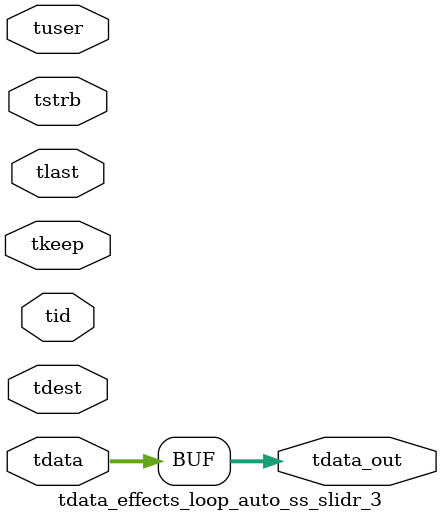
<source format=v>


`timescale 1ps/1ps

module tdata_effects_loop_auto_ss_slidr_3 #
(
parameter C_S_AXIS_TDATA_WIDTH = 32,
parameter C_S_AXIS_TUSER_WIDTH = 0,
parameter C_S_AXIS_TID_WIDTH   = 0,
parameter C_S_AXIS_TDEST_WIDTH = 0,
parameter C_M_AXIS_TDATA_WIDTH = 32
)
(
input  [(C_S_AXIS_TDATA_WIDTH == 0 ? 1 : C_S_AXIS_TDATA_WIDTH)-1:0     ] tdata,
input  [(C_S_AXIS_TUSER_WIDTH == 0 ? 1 : C_S_AXIS_TUSER_WIDTH)-1:0     ] tuser,
input  [(C_S_AXIS_TID_WIDTH   == 0 ? 1 : C_S_AXIS_TID_WIDTH)-1:0       ] tid,
input  [(C_S_AXIS_TDEST_WIDTH == 0 ? 1 : C_S_AXIS_TDEST_WIDTH)-1:0     ] tdest,
input  [(C_S_AXIS_TDATA_WIDTH/8)-1:0 ] tkeep,
input  [(C_S_AXIS_TDATA_WIDTH/8)-1:0 ] tstrb,
input                                                                    tlast,
output [C_M_AXIS_TDATA_WIDTH-1:0] tdata_out
);

assign tdata_out = {tdata[63:0]};

endmodule


</source>
